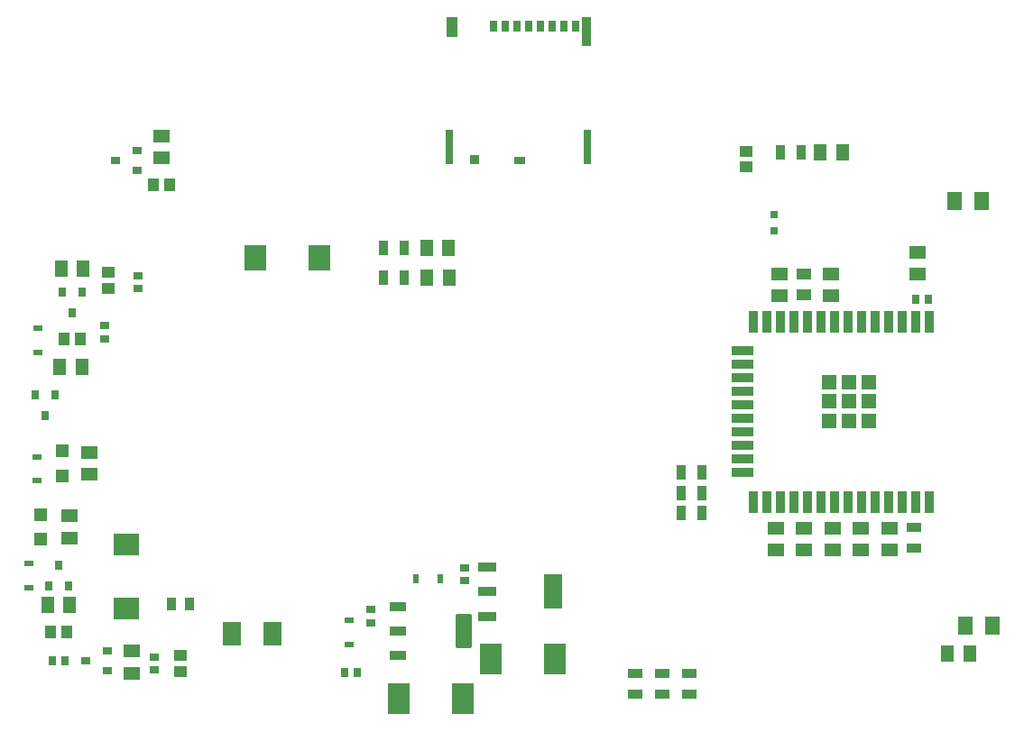
<source format=gtp>
G04*
G04 #@! TF.GenerationSoftware,Altium Limited,Altium Designer,22.7.1 (60)*
G04*
G04 Layer_Color=8421504*
%FSLAX44Y44*%
%MOMM*%
G71*
G04*
G04 #@! TF.SameCoordinates,1EE01F0A-7C55-4CF6-A691-3ABDA68C05E4*
G04*
G04*
G04 #@! TF.FilePolarity,Positive*
G04*
G01*
G75*
%ADD14R,1.4082X1.0065*%
%ADD15R,1.5082X1.2065*%
G04:AMPARAMS|DCode=16|XSize=0.9mm|YSize=1.75mm|CornerRadius=0.0495mm|HoleSize=0mm|Usage=FLASHONLY|Rotation=90.000|XOffset=0mm|YOffset=0mm|HoleType=Round|Shape=RoundedRectangle|*
%AMROUNDEDRECTD16*
21,1,0.9000,1.6510,0,0,90.0*
21,1,0.8010,1.7500,0,0,90.0*
1,1,0.0990,0.8255,0.4005*
1,1,0.0990,0.8255,-0.4005*
1,1,0.0990,-0.8255,-0.4005*
1,1,0.0990,-0.8255,0.4005*
%
%ADD16ROUNDEDRECTD16*%
G04:AMPARAMS|DCode=17|XSize=3.2mm|YSize=1.75mm|CornerRadius=0.0525mm|HoleSize=0mm|Usage=FLASHONLY|Rotation=90.000|XOffset=0mm|YOffset=0mm|HoleType=Round|Shape=RoundedRectangle|*
%AMROUNDEDRECTD17*
21,1,3.2000,1.6450,0,0,90.0*
21,1,3.0950,1.7500,0,0,90.0*
1,1,0.1050,0.8225,1.5475*
1,1,0.1050,0.8225,-1.5475*
1,1,0.1050,-0.8225,-1.5475*
1,1,0.1050,-0.8225,1.5475*
%
%ADD17ROUNDEDRECTD17*%
%ADD18R,0.9500X1.4500*%
%ADD19R,0.7500X0.9000*%
%ADD20R,1.4000X1.8000*%
%ADD21R,0.8300X0.6300*%
%ADD22R,1.4500X0.9500*%
%ADD23R,1.2065X1.5082*%
%ADD24R,0.9000X0.8000*%
%ADD25R,1.0046X1.2621*%
%ADD26R,0.9000X2.0000*%
%ADD27R,2.0000X0.9000*%
%ADD28R,1.3300X1.3300*%
%ADD29R,0.9000X0.7500*%
%ADD30R,1.2621X1.0046*%
%ADD31R,0.8000X0.9000*%
%ADD32R,0.8000X0.9000*%
G04:AMPARAMS|DCode=33|XSize=3.15mm|YSize=1.45mm|CornerRadius=0.0508mm|HoleSize=0mm|Usage=FLASHONLY|Rotation=90.000|XOffset=0mm|YOffset=0mm|HoleType=Round|Shape=RoundedRectangle|*
%AMROUNDEDRECTD33*
21,1,3.1500,1.3485,0,0,90.0*
21,1,3.0485,1.4500,0,0,90.0*
1,1,0.1015,0.6743,1.5243*
1,1,0.1015,0.6743,-1.5243*
1,1,0.1015,-0.6743,-1.5243*
1,1,0.1015,-0.6743,1.5243*
%
%ADD33ROUNDEDRECTD33*%
G04:AMPARAMS|DCode=34|XSize=0.9mm|YSize=1.45mm|CornerRadius=0.0495mm|HoleSize=0mm|Usage=FLASHONLY|Rotation=90.000|XOffset=0mm|YOffset=0mm|HoleType=Round|Shape=RoundedRectangle|*
%AMROUNDEDRECTD34*
21,1,0.9000,1.3510,0,0,90.0*
21,1,0.8010,1.4500,0,0,90.0*
1,1,0.0990,0.6755,0.4005*
1,1,0.0990,0.6755,-0.4005*
1,1,0.0990,-0.6755,-0.4005*
1,1,0.0990,-0.6755,0.4005*
%
%ADD34ROUNDEDRECTD34*%
%ADD35R,2.0000X3.0000*%
%ADD36R,1.1500X1.1500*%
%ADD37R,2.3300X1.9900*%
%ADD38R,0.8065X1.3082*%
%ADD39R,0.7000X1.1000*%
%ADD40R,0.8600X2.8000*%
%ADD41R,0.7000X3.3000*%
%ADD42R,1.1400X1.8300*%
%ADD43R,0.8000X0.8000*%
%ADD44R,1.7145X2.1844*%
%ADD45R,1.9900X2.3300*%
%ADD46R,0.9000X0.9300*%
%ADD47R,1.0500X0.7800*%
%ADD48R,0.6300X0.8300*%
D14*
X995680Y529478D02*
D03*
Y510461D02*
D03*
D15*
X972820Y529939D02*
D03*
Y508921D02*
D03*
X1075690Y270161D02*
D03*
Y291179D02*
D03*
X1049020Y270161D02*
D03*
Y291179D02*
D03*
X1022350D02*
D03*
Y270161D02*
D03*
X995680Y291179D02*
D03*
Y270161D02*
D03*
X969010Y291179D02*
D03*
Y270161D02*
D03*
X1102360Y550259D02*
D03*
Y529241D02*
D03*
X392430Y638461D02*
D03*
Y659479D02*
D03*
X364490Y154591D02*
D03*
Y175609D02*
D03*
X325120Y341281D02*
D03*
Y362299D02*
D03*
X306070Y302609D02*
D03*
Y281591D02*
D03*
X1021080Y529939D02*
D03*
Y508921D02*
D03*
D16*
X697730Y254140D02*
D03*
Y231140D02*
D03*
Y208140D02*
D03*
D17*
X760230Y231140D02*
D03*
D18*
X880520Y342900D02*
D03*
X900020D02*
D03*
X880520Y304800D02*
D03*
X900020D02*
D03*
X880520Y323850D02*
D03*
X900020D02*
D03*
X620620Y525780D02*
D03*
X601120D02*
D03*
X620620Y553720D02*
D03*
X601120D02*
D03*
X973230Y643890D02*
D03*
X992730D02*
D03*
D19*
X1100170Y505460D02*
D03*
X1112170D02*
D03*
X576230Y154940D02*
D03*
X564230D02*
D03*
X301910Y166370D02*
D03*
X289910D02*
D03*
D20*
X1146510Y199390D02*
D03*
X1172510D02*
D03*
X1162350Y598170D02*
D03*
X1136350D02*
D03*
D21*
X568960Y204190D02*
D03*
Y181890D02*
D03*
X276860Y456210D02*
D03*
Y478510D02*
D03*
X267970Y235230D02*
D03*
Y257530D02*
D03*
X275590Y335560D02*
D03*
Y357860D02*
D03*
D22*
X1098550Y272190D02*
D03*
Y291690D02*
D03*
X887730Y154530D02*
D03*
Y135030D02*
D03*
X862330Y154530D02*
D03*
Y135030D02*
D03*
X836930Y154530D02*
D03*
Y135030D02*
D03*
D23*
X1150969Y172720D02*
D03*
X1129951D02*
D03*
X641350Y525780D02*
D03*
X662367D02*
D03*
X641001Y553720D02*
D03*
X662019D02*
D03*
X317849Y441960D02*
D03*
X296831D02*
D03*
X306419Y218440D02*
D03*
X285401D02*
D03*
X1031589Y643890D02*
D03*
X298101Y534670D02*
D03*
X319119D02*
D03*
X1010571Y643890D02*
D03*
D24*
X369410Y626770D02*
D03*
X349410Y636270D02*
D03*
X369410Y645770D02*
D03*
X321470Y166370D02*
D03*
X341470Y175870D02*
D03*
Y156870D02*
D03*
D25*
X384922Y613410D02*
D03*
X399938D02*
D03*
X303418Y193040D02*
D03*
X288402D02*
D03*
X301214Y468630D02*
D03*
X316230D02*
D03*
D26*
X1112600Y485000D02*
D03*
X1099900D02*
D03*
X1087200D02*
D03*
X1074500D02*
D03*
X1061800D02*
D03*
X1049100D02*
D03*
X1036400D02*
D03*
X1023700D02*
D03*
X1011000D02*
D03*
X998300D02*
D03*
X985600D02*
D03*
X972900D02*
D03*
X960200D02*
D03*
X947500D02*
D03*
Y315000D02*
D03*
X960200D02*
D03*
X972900D02*
D03*
X985600D02*
D03*
X998300D02*
D03*
X1011000D02*
D03*
X1023700D02*
D03*
X1036400D02*
D03*
X1049100D02*
D03*
X1061800D02*
D03*
X1074500D02*
D03*
X1087200D02*
D03*
X1099900D02*
D03*
X1112600D02*
D03*
D27*
X937500Y457150D02*
D03*
Y444450D02*
D03*
Y431750D02*
D03*
Y419050D02*
D03*
Y406350D02*
D03*
Y393650D02*
D03*
Y380950D02*
D03*
Y368250D02*
D03*
Y355550D02*
D03*
Y342850D02*
D03*
D28*
X1055950Y428350D02*
D03*
Y410000D02*
D03*
Y391650D02*
D03*
X1037600Y428350D02*
D03*
Y410000D02*
D03*
Y391650D02*
D03*
X1019250Y428350D02*
D03*
Y410000D02*
D03*
Y391650D02*
D03*
D29*
X386080Y157830D02*
D03*
Y169830D02*
D03*
X676910Y253650D02*
D03*
Y241650D02*
D03*
X589280Y214280D02*
D03*
Y202280D02*
D03*
X339090Y468980D02*
D03*
Y480980D02*
D03*
X370840Y527970D02*
D03*
Y515970D02*
D03*
D30*
X410210Y156322D02*
D03*
Y171338D02*
D03*
X941070Y645048D02*
D03*
Y630032D02*
D03*
X342900Y530860D02*
D03*
Y515844D02*
D03*
D31*
X283210Y396400D02*
D03*
X292710Y416400D02*
D03*
X273710D02*
D03*
X286410Y236380D02*
D03*
X305410D02*
D03*
X295910Y256380D02*
D03*
D32*
X318110Y512920D02*
D03*
X308610Y492920D02*
D03*
X299110Y512920D02*
D03*
D33*
X675910Y194310D02*
D03*
D34*
X614410D02*
D03*
Y171310D02*
D03*
Y217310D02*
D03*
D35*
X675160Y130810D02*
D03*
X615160D02*
D03*
X761520Y167640D02*
D03*
X701520D02*
D03*
D36*
X299720Y363540D02*
D03*
Y340041D02*
D03*
X279400Y280350D02*
D03*
Y303850D02*
D03*
D37*
X359410Y215010D02*
D03*
Y275210D02*
D03*
D38*
X401701Y219710D02*
D03*
X418719D02*
D03*
D39*
X758835Y762000D02*
D03*
X703835D02*
D03*
X714835D02*
D03*
X725835D02*
D03*
X736835D02*
D03*
X747835D02*
D03*
X769835D02*
D03*
X780835D02*
D03*
D40*
X791635Y757000D02*
D03*
D41*
X792435Y649200D02*
D03*
X662835D02*
D03*
D42*
X665035Y761850D02*
D03*
D43*
X967740Y570350D02*
D03*
Y585350D02*
D03*
D44*
X496888Y191770D02*
D03*
X458153D02*
D03*
D45*
X540640Y544830D02*
D03*
X480440D02*
D03*
D46*
X685935Y637350D02*
D03*
D47*
X728585Y636600D02*
D03*
D48*
X653770Y243066D02*
D03*
X631470D02*
D03*
M02*

</source>
